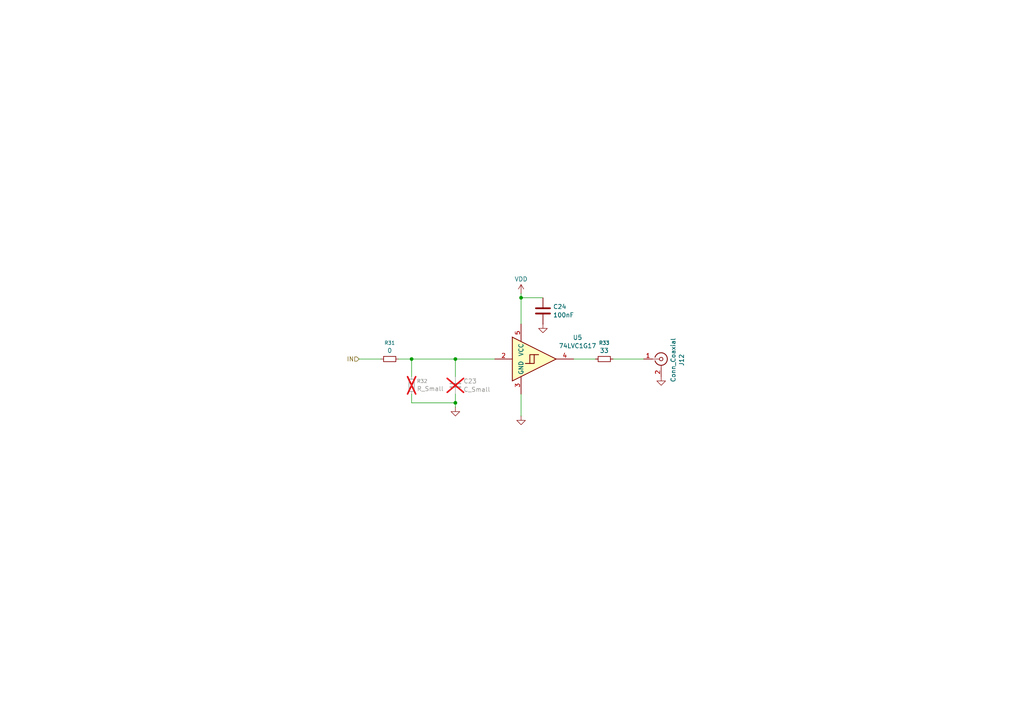
<source format=kicad_sch>
(kicad_sch (version 20250114) (generator "eeschema") (generator_version "9.0")
  (paper "A4")
  (lib_symbols
    (symbol "74xGxx:74LVC1G17"
      (property "Reference" "U" (at 0 3.81 0))
      (property "Value" "74LVC1G17" (at 0 -3.81 0))
      (symbol "74LVC1G17_0_1"
        (polyline (pts (xy -7.62 6.35) (xy -7.62 -6.35) (xy 5.08 0) (xy -7.62 6.35)) (stroke (width 0.254)) (fill (type background)))
        (polyline (pts (xy -3.81 -1.27) (xy -2.54 -1.27) (xy -2.54 1.27) (xy -1.27 1.27)) (stroke (width 0.254)) (fill (type background)))
        (polyline (pts (xy -2.54 -1.27) (xy -1.27 -1.27) (xy -1.27 1.27) (xy 0 1.27)) (stroke (width 0.254)) (fill (type background)))
      )
      (symbol "74LVC1G17_1_1"
        (pin input line (at -12.7 0 0) (length 5.08) (name "~") (number "2"))
        (pin no_connect line (at -7.62 5.08 180) (length 5.08) (hide yes) (name "NC") (number "1"))
        (pin power_in line (at -5.08 10.16 270) (length 5.08) (name "VCC") (number "5"))
        (pin power_in line (at -5.08 -10.16 90) (length 5.08) (name "GND") (number "3"))
        (pin output line (at 10.16 0 180) (length 5.08) (name "~") (number "4"))
      )
    )
    (symbol "Connector:Conn_Coaxial" (pin_names (offset 1.016) (hide yes))
      (property "Reference" "J" (at 0.254 3.048 0))
      (property "Value" "Conn_Coaxial" (at 2.921 0 90))
      (symbol "Conn_Coaxial_0_1"
        (polyline (pts (xy -2.54 0) (xy -0.508 0)))
        (arc (start 1.778 0) (mid 0.222 -1.8079) (end -1.778 -0.508) (stroke (width 0.254)))
        (arc (start -1.778 0.508) (mid 0.2221 1.8084) (end 1.778 0) (stroke (width 0.254)))
        (circle (center 0 0) (radius 0.508) (stroke (width 0.2032)))
        (polyline (pts (xy 0 -2.54) (xy 0 -1.778)))
      )
      (symbol "Conn_Coaxial_1_1"
        (pin passive line (at -5.08 0 0) (length 2.54) (name "In") (number "1"))
        (pin passive line (at 0 -5.08 90) (length 2.54) (name "Ext") (number "2"))
      )
    )
    (symbol "Device:C" (pin_numbers (hide yes)) (pin_names (offset 0.254))
      (property "Reference" "C" (at 0.635 2.54 0))
      (property "Value" "C" (at 0.635 -2.54 0))
      (symbol "C_0_1"
        (polyline (pts (xy -2.032 0.762) (xy 2.032 0.762)) (stroke (width 0.508)))
        (polyline (pts (xy -2.032 -0.762) (xy 2.032 -0.762)) (stroke (width 0.508)))
      )
      (symbol "C_1_1"
        (pin passive line (at 0 3.81 270) (length 2.794) (name "~") (number "1"))
        (pin passive line (at 0 -3.81 90) (length 2.794) (name "~") (number "2"))
      )
    )
    (symbol "Device:C_Small" (pin_numbers (hide yes)) (pin_names (offset 0.254) (hide yes))
      (property "Reference" "C" (at 0.254 1.778 0))
      (property "Value" "C_Small" (at 0.254 -2.032 0))
      (symbol "C_Small_0_1"
        (polyline (pts (xy -1.524 0.508) (xy 1.524 0.508)) (stroke (width 0.3048)))
        (polyline (pts (xy -1.524 -0.508) (xy 1.524 -0.508)) (stroke (width 0.3302)))
      )
      (symbol "C_Small_1_1"
        (pin passive line (at 0 2.54 270) (length 2.032) (name "~") (number "1"))
        (pin passive line (at 0 -2.54 90) (length 2.032) (name "~") (number "2"))
      )
    )
    (symbol "Device:R_Small" (pin_numbers (hide yes)) (pin_names (offset 0.254) (hide yes))
      (property "Reference" "R" (at 0 0 90))
      (property "Value" "R_Small" (at 1.778 0 90))
      (symbol "R_Small_0_1"
        (rectangle (start -0.762 1.778) (end 0.762 -1.778) (stroke (width 0.2032)))
      )
      (symbol "R_Small_1_1"
        (pin passive line (at 0 2.54 270) (length 0.762) (name "~") (number "1"))
        (pin passive line (at 0 -2.54 90) (length 0.762) (name "~") (number "2"))
      )
    )
    (symbol "power:GND" (power) (pin_numbers (hide yes)) (pin_names (offset 0) (hide yes))
      (property "Value" "GND" (at 0 -3.81 0))
      (symbol "GND_0_1"
        (polyline (pts (xy 0 0) (xy 0 -1.27) (xy 1.27 -1.27) (xy 0 -2.54) (xy -1.27 -1.27) (xy 0 -1.27)))
      )
      (symbol "GND_1_1"
        (pin power_in line (at 0 0 270) (length 0) (name "~") (number "1"))
      )
    )
    (symbol "power:VDD" (power) (pin_numbers (hide yes)) (pin_names (offset 0) (hide yes))
      (property "Value" "VDD" (at 0 3.556 0))
      (symbol "VDD_0_1"
        (polyline (pts (xy -0.762 1.27) (xy 0 2.54)))
        (polyline (pts (xy 0 2.54) (xy 0.762 1.27)))
        (polyline (pts (xy 0 0) (xy 0 2.54)))
      )
      (symbol "VDD_1_1"
        (pin power_in line (at 0 0 90) (length 0) (name "~") (number "1"))
      )
    )
  )
  (junction (at 132.08 116.84))
  (junction (at 151.13 86.36))
  (junction (at 119.38 104.14))
  (junction (at 132.08 104.14))
  (wire (pts (xy 151.13 86.36) (xy 151.13 93.98)))
  (wire (pts (xy 119.38 114.3) (xy 119.38 116.84)))
  (wire (pts (xy 132.08 116.84) (xy 119.38 116.84)))
  (wire (pts (xy 119.38 104.14) (xy 119.38 109.22)))
  (wire (pts (xy 115.57 104.14) (xy 119.38 104.14)))
  (wire (pts (xy 151.13 85.09) (xy 151.13 86.36)))
  (wire (pts (xy 166.37 104.14) (xy 172.72 104.14)))
  (wire (pts (xy 132.08 114.3) (xy 132.08 116.84)))
  (wire (pts (xy 119.38 104.14) (xy 132.08 104.14)))
  (wire (pts (xy 104.14 104.14) (xy 110.49 104.14)))
  (wire (pts (xy 132.08 104.14) (xy 143.51 104.14)))
  (wire (pts (xy 132.08 104.14) (xy 132.08 109.22)))
  (wire (pts (xy 132.08 118.11) (xy 132.08 116.84)))
  (wire (pts (xy 151.13 114.3) (xy 151.13 120.65)))
  (wire (pts (xy 177.8 104.14) (xy 186.69 104.14)))
  (wire (pts (xy 151.13 86.36) (xy 157.48 86.36)))
  (hierarchical_label "IN" (shape input) (at 104.14 104.14 180))
  (symbol (lib_id "power:GND") (at 191.77 109.22 0) (unit 1)
    (property "Reference" "#PWR051" (effects (hide yes)))
    (property "Value" "GND" (effects (hide yes)))
    (property "Description" "Power symbol creates a global label with name \"GND\" , ground" (effects (hide yes)))
  )
  (symbol (lib_id "Device:C_Small") (at 132.08 111.76 0) (unit 1) (dnp yes)
    (property "Reference" "C23" (at 134.4041 110.5541 0) (effects (justify left)))
    (property "Value" "C_Small" (at 134.4041 112.9784 0) (effects (justify left)))
    (property "Footprint" "Capacitor_SMD:C_0603_1608Metric" (effects (hide yes)))
    (property "Description" "Unpolarized capacitor, small symbol" (effects (hide yes)))
  )
  (symbol (lib_id "Device:R_Small") (at 119.38 111.76 180) (unit 1) (dnp yes)
    (property "Reference" "R32" (at 120.8786 110.5478 0) (effects (font (size 1.016 1.016)) (justify right)))
    (property "Value" "R_Small" (at 120.8786 112.7677 0) (effects (justify right)))
    (property "Footprint" "Resistor_SMD:R_0603_1608Metric" (effects (hide yes)))
    (property "Description" "Resistor, small symbol" (effects (hide yes)))
  )
  (symbol (lib_id "power:GND") (at 151.13 120.65 0) (unit 1)
    (property "Reference" "#PWR049" (effects (hide yes)))
    (property "Value" "GND" (effects (hide yes)))
    (property "Description" "Power symbol creates a global label with name \"GND\" , ground" (effects (hide yes)))
  )
  (symbol (lib_id "74xGxx:74LVC1G17") (at 156.21 104.14 0) (unit 1)
    (property "Reference" "U5" (at 167.5153 97.8934 0))
    (property "Value" "74LVC1G17" (at 167.5153 100.3177 0))
    (property "Footprint" "Package_TO_SOT_SMD:SOT-23-5" (effects (hide yes)))
    (property "Datasheet" "https://www.ti.com/lit/ds/symlink/sn74lvc1g17.pdf" (effects (hide yes)))
    (property "Description" "Single Schmitt Buffer Gate, Low-Voltage CMOS" (effects (hide yes)))
    (property "PN" "SN74LVC1G17DBVR" (effects (hide yes)))
  )
  (symbol (lib_id "power:VDD") (at 151.13 85.09 0) (unit 1)
    (property "Reference" "#PWR048" (effects (hide yes)))
    (property "Value" "VDD" (at 151.13 80.9569 0))
    (property "Description" "Power symbol creates a global label with name \"VDD\"" (effects (hide yes)))
  )
  (symbol (lib_id "Device:R_Small") (at 113.03 104.14 90) (unit 1)
    (property "Reference" "R31" (at 113.03 99.4633 90) (effects (font (size 1.016 1.016))))
    (property "Value" "0" (at 113.03 101.6832 90))
    (property "Footprint" "Resistor_SMD:R_0603_1608Metric" (effects (hide yes)))
    (property "Description" "Resistor, small symbol" (effects (hide yes)))
    (property "PN" "CRCW06030000Z0EA" (effects (hide yes)))
  )
  (symbol (lib_id "power:GND") (at 132.08 118.11 0) (unit 1)
    (property "Reference" "#PWR047" (effects (hide yes)))
    (property "Value" "GND" (effects (hide yes)))
    (property "Description" "Power symbol creates a global label with name \"GND\" , ground" (effects (hide yes)))
  )
  (symbol (lib_id "power:GND") (at 157.48 93.98 0) (unit 1)
    (property "Reference" "#PWR050" (effects (hide yes)))
    (property "Value" "GND" (effects (hide yes)))
    (property "Description" "Power symbol creates a global label with name \"GND\" , ground" (effects (hide yes)))
  )
  (symbol (lib_id "Device:C") (at 157.48 90.17 0) (unit 1)
    (property "Reference" "C24" (at 160.401 88.9578 0) (effects (justify left)))
    (property "Value" "100nF" (at 160.401 91.3821 0) (effects (justify left)))
    (property "Footprint" "Capacitor_SMD:C_0603_1608Metric" (effects (hide yes)))
    (property "Description" "Unpolarized capacitor" (effects (hide yes)))
    (property "PN" "GCJ188R71H104KA12D" (effects (hide yes)))
  )
  (symbol (lib_id "Connector:Conn_Coaxial") (at 191.77 104.14 0) (unit 1)
    (property "Reference" "J12" (at 197.6926 104.4332 90))
    (property "Value" "Conn_Coaxial" (at 195.2683 104.4332 90))
    (property "Footprint" "Connector_Coaxial:SMA_Amphenol_901-144_Vertical" (effects (hide yes)))
    (property "Description" "coaxial connector (BNC, SMA, SMB, SMC, Cinch/RCA, LEMO, ...)" (effects (hide yes)))
  )
  (symbol (lib_id "Device:R_Small") (at 175.26 104.14 90) (unit 1)
    (property "Reference" "R33" (at 175.26 99.4633 90) (effects (font (size 1.016 1.016))))
    (property "Value" "33" (at 175.26 101.6832 90))
    (property "Footprint" "Resistor_SMD:R_0603_1608Metric" (effects (hide yes)))
    (property "Description" "Resistor, small symbol" (effects (hide yes)))
    (property "PN" "CRCW060333R0FKEAC" (effects (hide yes)))
  )
)
</source>
